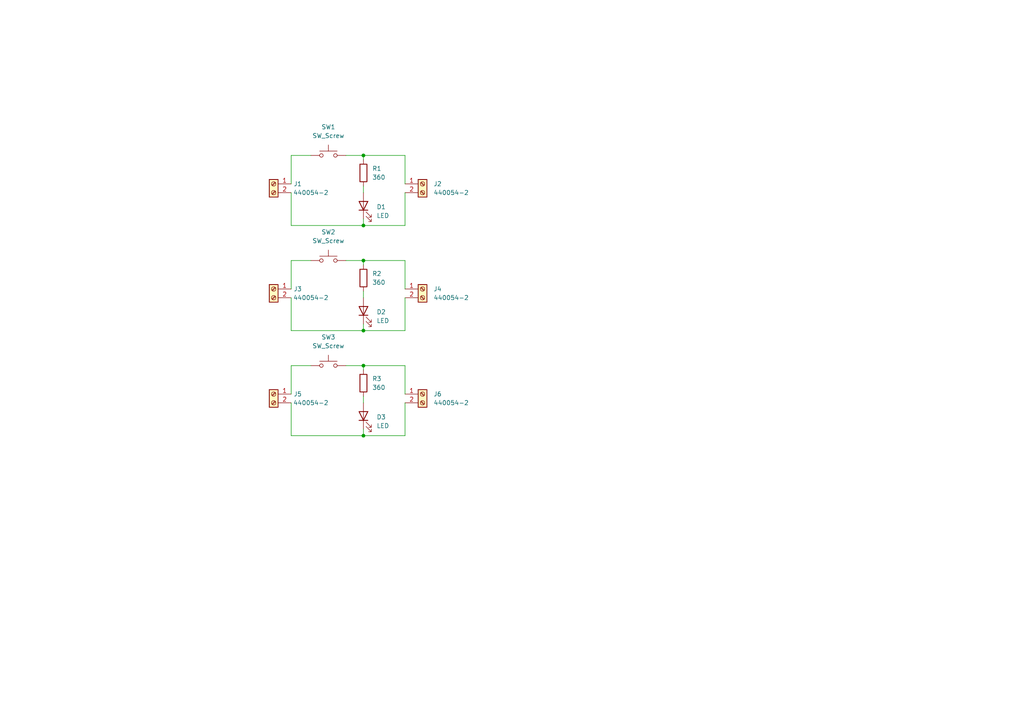
<source format=kicad_sch>
(kicad_sch (version 20230121) (generator eeschema)
  (paper "A4")
  (lib_symbols
    (symbol "Connector:Screw_Terminal_01x02" (pin_names (offset 1.016) hide)
      (property "Reference" "J" (at 0 2.54 0))
      (property "Value" "Screw_Terminal_01x02" (at 0 -5.08 0))
      (symbol "Screw_Terminal_01x02_1_1"
        (rectangle (start -1.27 1.27) (end 1.27 -3.81) (stroke (width 0.254)) (fill (type background)))
        (circle (center 0 -2.54) (radius 0.635) (stroke (width 0.1524)))
        (polyline (pts (xy -0.5334 -2.2098) (xy 0.3302 -3.048)) (stroke (width 0.1524)))
        (polyline (pts (xy -0.5334 0.3302) (xy 0.3302 -0.508)) (stroke (width 0.1524)))
        (polyline (pts (xy -0.3556 -2.032) (xy 0.508 -2.8702)) (stroke (width 0.1524)))
        (polyline (pts (xy -0.3556 0.508) (xy 0.508 -0.3302)) (stroke (width 0.1524)))
        (circle (center 0 0) (radius 0.635) (stroke (width 0.1524)))
        (pin passive line (at -5.08 0 0) (length 3.81) (name "Pin_1") (number "1"))
        (pin passive line (at -5.08 -2.54 0) (length 3.81) (name "Pin_2") (number "2"))
      )
    )
    (symbol "Device:LED" (pin_numbers hide) (pin_names (offset 1.016) hide)
      (property "Reference" "D" (at 0 2.54 0))
      (property "Value" "LED" (at 0 -2.54 0))
      (symbol "LED_0_1"
        (polyline (pts (xy -1.27 -1.27) (xy -1.27 1.27)) (stroke (width 0.254)))
        (polyline (pts (xy -1.27 0) (xy 1.27 0)))
        (polyline (pts (xy 1.27 -1.27) (xy 1.27 1.27) (xy -1.27 0) (xy 1.27 -1.27)) (stroke (width 0.254)))
        (polyline (pts (xy -3.048 -0.762) (xy -4.572 -2.286) (xy -3.81 -2.286) (xy -4.572 -2.286) (xy -4.572 -1.524)))
        (polyline (pts (xy -1.778 -0.762) (xy -3.302 -2.286) (xy -2.54 -2.286) (xy -3.302 -2.286) (xy -3.302 -1.524)))
      )
      (symbol "LED_1_1"
        (pin passive line (at -3.81 0 0) (length 2.54) (name "K") (number "1"))
        (pin passive line (at 3.81 0 180) (length 2.54) (name "A") (number "2"))
      )
    )
    (symbol "Device:R" (pin_numbers hide) (pin_names (offset 0))
      (property "Reference" "R" (at 2.032 0 90))
      (property "Value" "R" (at 0 0 90))
      (symbol "R_0_1"
        (rectangle (start -1.016 -2.54) (end 1.016 2.54) (stroke (width 0.254)))
      )
      (symbol "R_1_1"
        (pin passive line (at 0 3.81 270) (length 1.27) (name "~") (number "1"))
        (pin passive line (at 0 -3.81 90) (length 1.27) (name "~") (number "2"))
      )
    )
    (symbol "Switch:SW_Push" (pin_numbers hide) (pin_names (offset 1.016) hide)
      (property "Reference" "SW" (at 1.27 2.54 0))
      (property "Value" "SW_Push" (at 0 -1.524 0))
      (symbol "SW_Push_0_1"
        (circle (center -2.032 0) (radius 0.508))
        (polyline (pts (xy 0 1.27) (xy 0 3.048)))
        (polyline (pts (xy 2.54 1.27) (xy -2.54 1.27)))
        (circle (center 2.032 0) (radius 0.508))
        (pin passive line (at -5.08 0 0) (length 2.54) (name "1") (number "1"))
        (pin passive line (at 5.08 0 180) (length 2.54) (name "2") (number "2"))
      )
    )
  )
  (junction (at 105.41 106.045))
  (junction (at 105.41 95.885))
  (junction (at 105.41 75.565))
  (junction (at 105.41 126.365))
  (junction (at 105.41 45.085))
  (junction (at 105.41 65.405))
  (wire (pts (xy 117.475 106.045) (xy 105.41 106.045)))
  (wire (pts (xy 105.41 75.565) (xy 105.41 76.835)))
  (wire (pts (xy 100.33 106.045) (xy 105.41 106.045)))
  (wire (pts (xy 117.475 83.82) (xy 117.475 75.565)))
  (wire (pts (xy 105.41 124.46) (xy 105.41 126.365)))
  (wire (pts (xy 117.475 65.405) (xy 117.475 55.88)))
  (wire (pts (xy 105.41 95.885) (xy 117.475 95.885)))
  (wire (pts (xy 84.455 53.34) (xy 84.455 45.085)))
  (wire (pts (xy 105.41 114.935) (xy 105.41 116.84)))
  (wire (pts (xy 117.475 126.365) (xy 117.475 116.84)))
  (wire (pts (xy 100.33 45.085) (xy 105.41 45.085)))
  (wire (pts (xy 84.455 75.565) (xy 90.17 75.565)))
  (wire (pts (xy 105.41 84.455) (xy 105.41 86.36)))
  (wire (pts (xy 84.455 45.085) (xy 90.17 45.085)))
  (wire (pts (xy 84.455 65.405) (xy 84.455 55.88)))
  (wire (pts (xy 84.455 114.3) (xy 84.455 106.045)))
  (wire (pts (xy 117.475 95.885) (xy 117.475 86.36)))
  (wire (pts (xy 105.41 65.405) (xy 117.475 65.405)))
  (wire (pts (xy 105.41 63.5) (xy 105.41 65.405)))
  (wire (pts (xy 105.41 106.045) (xy 105.41 107.315)))
  (wire (pts (xy 105.41 45.085) (xy 105.41 46.355)))
  (wire (pts (xy 84.455 126.365) (xy 84.455 116.84)))
  (wire (pts (xy 84.455 106.045) (xy 90.17 106.045)))
  (wire (pts (xy 117.475 114.3) (xy 117.475 106.045)))
  (wire (pts (xy 105.41 126.365) (xy 117.475 126.365)))
  (wire (pts (xy 84.455 95.885) (xy 84.455 86.36)))
  (wire (pts (xy 105.41 93.98) (xy 105.41 95.885)))
  (wire (pts (xy 117.475 75.565) (xy 105.41 75.565)))
  (wire (pts (xy 105.41 53.975) (xy 105.41 55.88)))
  (wire (pts (xy 105.41 126.365) (xy 84.455 126.365)))
  (wire (pts (xy 105.41 95.885) (xy 84.455 95.885)))
  (wire (pts (xy 105.41 65.405) (xy 84.455 65.405)))
  (wire (pts (xy 117.475 45.085) (xy 105.41 45.085)))
  (wire (pts (xy 84.455 83.82) (xy 84.455 75.565)))
  (wire (pts (xy 117.475 53.34) (xy 117.475 45.085)))
  (wire (pts (xy 100.33 75.565) (xy 105.41 75.565)))
  (symbol (lib_id "Connector:Screw_Terminal_01x02") (at 79.375 53.34 0) (mirror y) (unit 1)
    (property "Reference" "J1" (at 86.36 53.34 0))
    (property "Value" "440054-2" (at 90.17 55.88 0))
    (property "Footprint" "Switch:TE_440054-2" (effects hide))
  )
  (symbol (lib_id "Connector:Screw_Terminal_01x02") (at 122.555 114.3 0) (unit 1)
    (property "Reference" "J6" (at 125.73 114.2999 0) (effects (justify left)))
    (property "Value" "440054-2" (at 125.73 116.8399 0) (effects (justify left)))
    (property "Footprint" "Switch:TE_440054-2" (effects hide))
  )
  (symbol (lib_id "Device:R") (at 105.41 80.645 0) (unit 1)
    (property "Reference" "R2" (at 107.95 79.3749 0) (effects (justify left)))
    (property "Value" "360" (at 107.95 81.9149 0) (effects (justify left)))
    (property "Footprint" "Resistor_SMD:R_0805_2012Metric_Pad1.20x1.40mm_HandSolder" (effects hide))
  )
  (symbol (lib_id "Connector:Screw_Terminal_01x02") (at 79.375 83.82 0) (mirror y) (unit 1)
    (property "Reference" "J3" (at 86.36 83.82 0))
    (property "Value" "440054-2" (at 90.17 86.36 0))
    (property "Footprint" "Switch:TE_440054-2" (effects hide))
  )
  (symbol (lib_id "Device:LED") (at 105.41 59.69 90) (unit 1)
    (property "Reference" "D1" (at 109.22 60.0074 90) (effects (justify right)))
    (property "Value" "LED" (at 109.22 62.5474 90) (effects (justify right)))
    (property "Footprint" "LED_SMD:LED_1206_3216Metric_Pad1.42x1.75mm_HandSolder" (effects hide))
  )
  (symbol (lib_id "Connector:Screw_Terminal_01x02") (at 122.555 53.34 0) (unit 1)
    (property "Reference" "J2" (at 125.73 53.3399 0) (effects (justify left)))
    (property "Value" "440054-2" (at 125.73 55.8799 0) (effects (justify left)))
    (property "Footprint" "Switch:TE_440054-2" (effects hide))
  )
  (symbol (lib_id "Switch:SW_Push") (at 95.25 106.045 0) (unit 1)
    (property "Reference" "SW3" (at 95.25 97.79 0))
    (property "Value" "SW_Screw" (at 95.25 100.33 0))
    (property "Footprint" "screwswitch:screw switch" (effects hide))
  )
  (symbol (lib_id "Connector:Screw_Terminal_01x02") (at 79.375 114.3 0) (mirror y) (unit 1)
    (property "Reference" "J5" (at 86.36 114.3 0))
    (property "Value" "440054-2" (at 90.17 116.84 0))
    (property "Footprint" "Switch:TE_440054-2" (effects hide))
  )
  (symbol (lib_id "Device:LED") (at 105.41 90.17 90) (unit 1)
    (property "Reference" "D2" (at 109.22 90.4874 90) (effects (justify right)))
    (property "Value" "LED" (at 109.22 93.0274 90) (effects (justify right)))
    (property "Footprint" "LED_SMD:LED_1206_3216Metric_Pad1.42x1.75mm_HandSolder" (effects hide))
  )
  (symbol (lib_id "Device:R") (at 105.41 50.165 0) (unit 1)
    (property "Reference" "R1" (at 107.95 48.8949 0) (effects (justify left)))
    (property "Value" "360" (at 107.95 51.4349 0) (effects (justify left)))
    (property "Footprint" "Resistor_SMD:R_0805_2012Metric_Pad1.20x1.40mm_HandSolder" (effects hide))
  )
  (symbol (lib_id "Switch:SW_Push") (at 95.25 45.085 0) (unit 1)
    (property "Reference" "SW1" (at 95.25 36.83 0))
    (property "Value" "SW_Screw" (at 95.25 39.37 0))
    (property "Footprint" "screwswitch:screw switch" (effects hide))
  )
  (symbol (lib_id "Switch:SW_Push") (at 95.25 75.565 0) (unit 1)
    (property "Reference" "SW2" (at 95.25 67.31 0))
    (property "Value" "SW_Screw" (at 95.25 69.85 0))
    (property "Footprint" "screwswitch:screw switch" (effects hide))
  )
  (symbol (lib_id "Device:LED") (at 105.41 120.65 90) (unit 1)
    (property "Reference" "D3" (at 109.22 120.9674 90) (effects (justify right)))
    (property "Value" "LED" (at 109.22 123.5074 90) (effects (justify right)))
    (property "Footprint" "LED_SMD:LED_1206_3216Metric_Pad1.42x1.75mm_HandSolder" (effects hide))
  )
  (symbol (lib_id "Device:R") (at 105.41 111.125 0) (unit 1)
    (property "Reference" "R3" (at 107.95 109.8549 0) (effects (justify left)))
    (property "Value" "360" (at 107.95 112.3949 0) (effects (justify left)))
    (property "Footprint" "Resistor_SMD:R_0805_2012Metric_Pad1.20x1.40mm_HandSolder" (effects hide))
  )
  (symbol (lib_id "Connector:Screw_Terminal_01x02") (at 122.555 83.82 0) (unit 1)
    (property "Reference" "J4" (at 125.73 83.8199 0) (effects (justify left)))
    (property "Value" "440054-2" (at 125.73 86.3599 0) (effects (justify left)))
    (property "Footprint" "Switch:TE_440054-2" (effects hide))
  )
)
</source>
